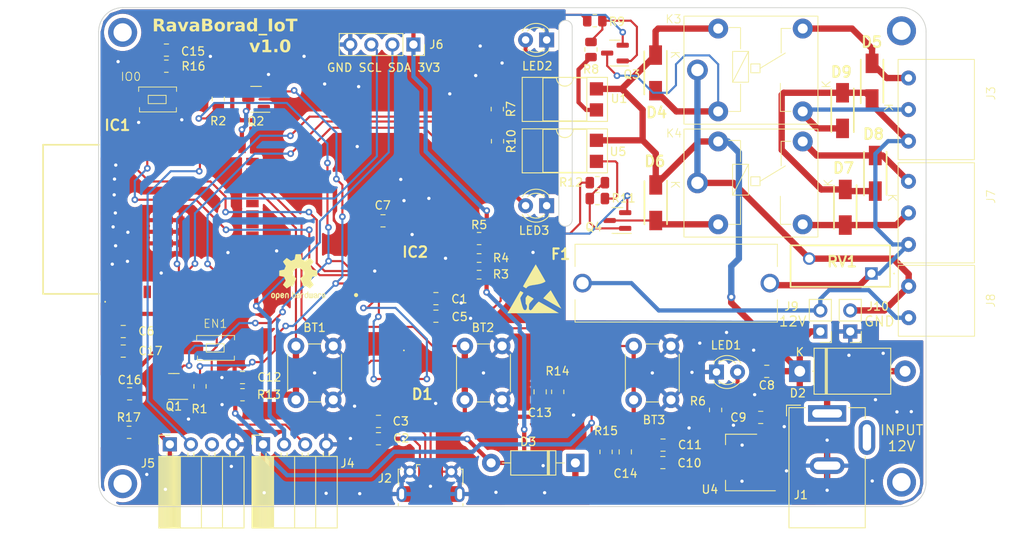
<source format=kicad_pcb>
(kicad_pcb (version 20221018) (generator pcbnew)
  (layers (0 "F.Cu" signal) (31 "B.Cu" signal) (34 "B.Paste" user) (35 "F.Paste" user) (36 "B.SilkS" user "B.Silkscreen") (37 "F.SilkS" user "F.Silkscreen") (38 "B.Mask" user) (39 "F.Mask" user) (44 "Edge.Cuts" user))
  (net 0 "")
  (net 1 "/BT_1")
  (net 2 "/BT_2")
  (net 3 "/BT_3")
  (net 7 "/IO0")
  (net 8 "/EN")
  (net 10 "Net-(J8-Pin_1)")
  (net 11 "/SDA")
  (net 17 "/SCL")
  (net 18 "/RELE_1")
  (net 19 "/RELE_2")
  (net 20 "/DHT22_SDA")
  (net 34 "+12V")
  (net 36 "Earth")
  (net 40 "/VBUS")
  (net 41 "/D+")
  (net 42 "/D-")
  (net 43 "Net-(D2-A)")
  (net 44 "Net-(D4-A)")
  (net 45 "Net-(D5-K)")
  (net 46 "Net-(D5-A)")
  (net 47 "Net-(D6-A)")
  (net 48 "Net-(D7-A)")
  (net 49 "Net-(D8-A)")
  (net 50 "Net-(D9-A)")
  (net 54 "+3.3V")
  (net 55 "Net-(IC2-~{RST})")
  (net 64 "Net-(IC2-NC{slash}VPP)")
  (net 70 "/RTS")
  (net 71 "/ESP_TX")
  (net 72 "/ESP_RX")
  (net 74 "/DTR")
  (net 75 "Net-(J10-Pin_2)")
  (net 76 "Net-(LED1-A)")
  (net 77 "Net-(LED2-A)")
  (net 78 "Net-(LED3-A)")
  (net 79 "Net-(Q1-B)")
  (net 80 "Net-(Q2-B)")
  (net 81 "Net-(Q3-B)")
  (net 82 "Net-(Q4-B)")
  (net 83 "Net-(R7-Pad1)")
  (net 84 "Net-(R8-Pad2)")
  (net 85 "Net-(R10-Pad1)")
  (net 86 "Net-(R11-Pad2)")
  (net 87 "Net-(IC2-VBUS)")
  (footprint "Button_Switch_THT:SW_PUSH_6mm" (layer "F.Cu") (at 135.47 88.02 90)
    (fp_text reference "BT3")
    (fp_text value "SW_MEC_5G")
  )
  (footprint "Capacitor_SMD:C_0805_2012Metric" (layer "F.Cu") (at 134.46 94.3 -90)
    (fp_text reference "C14")
    (fp_text value "100nF")
  )
  (footprint "My_library_footprint:BR7MN2 - BORNE RECEPTOR 90º PASSO 3,81MM METALTEX" (layer "F.Cu") (at 179.06 51.02 90)
    (fp_text reference "J3")
    (fp_text value "Screw_Terminal_01x03" hide)
  )
  (footprint "Resistor_SMD:R_0603_1608Metric" (layer "F.Cu") (at 116.83 72.91 180)
    (fp_text reference "R3")
    (fp_text value "24K")
  )
  (footprint "LED_THT:LED_D3.0mm" (layer "F.Cu") (at 145.455 84.66)
    (fp_text reference "LED1")
    (fp_text value "FONT_ON")
  )
  (footprint "My_library_footprint:SP0503BAHTG" (layer "F.Cu") (at 106.76 84.4 180)
    (fp_text reference "D1")
    (fp_text value "SP0503BAHTG" hide)
  )
  (footprint "MountingHole:MountingHole_2.2mm_M2_ISO7380_Pad" (layer "F.Cu") (at 73.84 98.14)
    (fp_text reference "REF**" hide)
    (fp_text value "MountingHole_2.2mm_M2_ISO7380_Pad")
  )
  (footprint "My_library_footprint:Porta Fusível 5x20 AS-06" (layer "F.Cu") (at 140.6 73.93 180)
    (fp_text reference "F1")
    (fp_text value "Fuse" hide)
  )
  (footprint "Capacitor_SMD:C_0805_2012Metric" (layer "F.Cu") (at 74.6825 87.29)
    (fp_text reference "C16")
    (fp_text value "100nF")
  )
  (footprint "Package_TO_SOT_SMD:SOT-223-3_TabPin2" (layer "F.Cu") (at 148.46 95.58 180)
    (fp_text reference "U4")
    (fp_text value "LM1117DT-3.3")
  )
  (footprint "Capacitor_SMD:C_0805_2012Metric" (layer "F.Cu") (at 139.01 93.48 180)
    (fp_text reference "C11")
    (fp_text value "100nF")
  )
  (footprint "Connector_USB:USB_Micro-B_Molex-105017-0001" (layer "F.Cu") (at 110.98 98.15)
    (fp_text reference "J2")
    (fp_text value "USB_B_Micro")
  )
  (footprint "MountingHole:MountingHole_2.2mm_M2_ISO7380_Pad" (layer "F.Cu") (at 167.77 97.95)
    (fp_text reference "REF**" hide)
    (fp_text value "MountingHole_2.2mm_M2_ISO7380_Pad")
  )
  (footprint "Capacitor_SMD:C_0805_2012Metric" (layer "F.Cu") (at 105.24 66.41)
    (fp_text reference "C7")
    (fp_text value "4.7uF")
  )
  (footprint "My_library_footprint:Diodo_SM_DO-214" (layer "F.Cu") (at 164.61 60.67 90)
    (fp_text reference "D8")
    (fp_text value "1N4007" hide)
  )
  (footprint "Symbol:ESD-Logo_6.6x6mm_SilkScreen" (layer "F.Cu") (at 123.5 74.6)
    (fp_text reference "REF**" hide)
    (fp_text value "ESD-Logo_6.6x6mm_SilkScreen" hide)
  )
  (footprint "Resistor_SMD:R_0805_2012Metric" (layer "F.Cu") (at 83.17 86.39 -90)
    (fp_text reference "R1")
    (fp_text value "4K7")
  )
  (footprint "Connector_PinHeader_2.54mm:PinHeader_1x02_P2.54mm_Vertical" (layer "F.Cu") (at 157.98 79.765 180)
    (fp_text reference "J9")
    (fp_text value "Conn_12V" hide)
  )
  (footprint "Package_DIP:DIP-4_W7.62mm_SMDSocket_SmallPads" (layer "F.Cu") (at 127.17 51.75)
    (fp_text reference "U1")
    (fp_text value "PC817" hide)
  )
  (footprint "Resistor_SMD:R_0805_2012Metric" (layer "F.Cu") (at 119.05 56.8 -90)
    (fp_text reference "R10")
    (fp_text value "220R")
  )
  (footprint "Resistor_SMD:R_0805_2012Metric" (layer "F.Cu") (at 130.32 45.73 -90)
    (fp_text reference "R8")
    (fp_text value "2K2")
  )
  (footprint "Capacitor_SMD:C_0805_2012Metric" (layer "F.Cu") (at 73.9125 82.13 180)
    (fp_text reference "C17")
    (fp_text value "10uF")
  )
  (footprint "Capacitor_SMD:C_0805_2012Metric" (layer "F.Cu") (at 124.19 87.05 90)
    (fp_text reference "C13")
    (fp_text value "100nF")
  )
  (footprint "My_library_footprint:BR7MN2 - 2vias" (layer "F.Cu") (at 179.035 76.035 90)
    (fp_text reference "J8")
    (fp_text value "Screw_Terminal_01x02")
  )
  (footprint "MountingHole:MountingHole_2.2mm_M2_ISO7380_Pad" (layer "F.Cu") (at 167.77 43.47)
    (fp_text reference "REF**" hide)
    (fp_text value "MountingHole_2.2mm_M2_ISO7380_Pad")
  )
  (footprint "Resistor_SMD:R_0805_2012Metric" (layer "F.Cu") (at 85.37 51.69 90)
    (fp_text reference "R2")
    (fp_text value "4K7")
  )
  (footprint "My_library_footprint:Chave Táctil Push Button SMD 2 Terminais 3x6x4,3 Preta (KFC-A06)" (layer "F.Cu") (at 81.4425 81.75)
    (fp_text reference "EN1")
    (fp_text value "SW_MEC_5G")
  )
  (footprint "Diode_THT:D_DO-201AE_P12.70mm_Horizontal" (layer "F.Cu") (at 155.5 84.56)
    (fp_text reference "D2")
    (fp_text value "SB560")
  )
  (footprint "Capacitor_SMD:C_0805_2012Metric" (layer "F.Cu") (at 88.2925 85.33 180)
    (fp_text reference "C12")
    (fp_text value "100nF")
  )
  (footprint "Resistor_SMD:R_0805_2012Metric" (layer "F.Cu") (at 88.2925 87.4)
    (fp_text reference "R13")
    (fp_text value "10K")
  )
  (footprint "My_library_footprint:MA1RC" (layer "F.Cu") (at 143.66 62.83)
    (fp_text reference "K4")
    (fp_text value "AX1RC2" hide)
  )
  (footprint "Resistor_SMD:R_0805_2012Metric" (layer "F.Cu") (at 132.14 94.3 90)
    (fp_text reference "R15")
    (fp_text value "10K")
  )
  (footprint "Capacitor_SMD:C_0805_2012Metric" (layer "F.Cu") (at 104.69 92.71 180)
    (fp_text reference "C2")
    (fp_text value "10uF")
  )
  (footprint "Capacitor_SMD:C_0805_2012Metric" (layer "F.Cu") (at 79.12 45.8)
    (fp_text reference "C15")
    (fp_text value "100nF")
  )
  (footprint "Button_Switch_THT:SW_PUSH_6mm" (layer "F.Cu") (at 94.74 88.02 90)
    (fp_text reference "BT1")
    (fp_text value "SW_MEC_5G")
  )
  (footprint "Package_TO_SOT_SMD:SOT-23" (layer "F.Cu") (at 133.51 66.37 180)
    (fp_text reference "Q4")
    (fp_text value "BC817")
  )
  (footprint "Package_TO_SOT_SMD:SOT-23" (layer "F.Cu") (at 133.21 46.16 180)
    (fp_text reference "Q3")
    (fp_text value "BC817")
  )
  (footprint "LED_THT:LED_D3.0mm" (layer "F.Cu") (at 124.975 44.57 180)
    (fp_text reference "LED2")
    (fp_text value "LED_VM")
  )
  (footprint "Capacitor_SMD:C_0805_2012Metric" (layer "F.Cu") (at 151.52 84.58 180)
    (fp_text reference "C8")
    (fp_text value "10uF")
  )
  (footprint "MountingHole:MountingHole_2.2mm_M2_ISO7380_Pad" (layer "F.Cu") (at 73.84 43.66)
    (fp_text reference "REF**" hide)
    (fp_text value "MountingHole_2.2mm_M2_ISO7380_Pad")
  )
  (footprint "Capacitor_SMD:C_0805_2012Metric" (layer "F.Cu") (at 111.62 75.8)
    (fp_text reference "C1")
    (fp_text value "4,7uF")
  )
  (footprint "Capacitor_SMD:C_0805_2012Metric" (layer "F.Cu") (at 138.99 95.59 180)
    (fp_text reference "C10")
    (fp_text value "10uF")
  )
  (footprint "My_library_footprint:Chave Táctil Push Button SMD 2 Terminais 3x6x4,3 Preta (KFC-A06)" (layer "F.Cu") (at 74.45 51.76)
    (fp_text reference "IO0")
    (fp_text value "SW_MEC_5G")
  )
  (footprint "My_MCU_footprint:ESP32S3WROOM1N16R8" (layer "F.Cu") (at 76.99 66.23 90)
    (fp_text reference "IC1")
    (fp_text value "ESP32-S3-WROOM-1-N16R8" hide)
  )
  (footprint "Capacitor_SMD:C_0805_2012Metric" (layer "F.Cu") (at 111.62 77.92)
    (fp_text reference "C5")
    (fp_text value "100nF")
  )
  (footprint "LED_THT:LED_D3.0mm" (layer "F.Cu") (at 124.975 64.58 180)
    (fp_text reference "LED3")
    (fp_text value "LED_VM")
  )
  (footprint "Connector_BarrelJack:BarrelJack_GCT_DCJ200-10-A_Horizontal" (layer "F.Cu") (at 158.8 89.66)
    (fp_text reference "J1")
    (fp_text value "Barrel_Jack_MountingPin")
  )
  (footprint "Resistor_SMD:R_0805_2012Metric" (layer "F.Cu") (at 131.09 63.72)
    (fp_text reference "R11")
    (fp_text value "2K2" hide)
  )
  (footprint "Resistor_SMD:R_0805_2012Metric" (layer "F.Cu") (at 119.02 52.92 -90)
    (fp_text reference "R7")
    (fp_text value "220R")
  )
  (footprint "Capacitor_SMD:C_0805_2012Metric" (layer "F.Cu") (at 73.9125 79.77 180)
    (fp_text reference "C6")
    (fp_text value "100nF")
  )
  (footprint "My_library_footprint:Diodo_SM_DO-214" (layer "F.Cu") (at 164.22 49.55 90)
    (fp_text reference "D9")
    (fp_text value "1N4007" hide)
  )
  (footprint "My_library_footprint:BR7MN2 - BORNE RECEPTOR 90º PASSO 3,81MM METALTEX" (layer "F.Cu") (at 179.06 63.49 90)
    (fp_text reference "J7")
    (fp_text value "Screw_Terminal_01x03" hide)
  )
  (footprint "My_library_footprint:Varistor_B72210S0271K101" (layer "F.Cu") (at 164.14 72.77 180)
    (fp_text reference "RV1")
    (fp_text value "Varistor" hide)
  )
  (footprint "My_library_footprint:MA1RC" (layer "F.Cu") (at 143.66 49.2012)
    (fp_text reference "K3")
    (fp_text value "AX1RC2" hide)
  )
  (footprint "Connector_PinSocket_2.54mm:PinSocket_1x04_P2.54mm_Horizontal" (layer "F.Cu") (at 90.77 93.39 90)
    (fp_text reference "J4")
    (fp_text value "I2C Extern" hide)
  )
  (footprint "My_library_footprint:Diodo_SM_DO-214" (layer "F.Cu") (at 160.99 64.77 -90)
    (fp_text reference "D7")
    (fp_text value "1N4007" hide)
  )
  (footprint "Resistor_SMD:R_0805_2012Metric" (layer "F.Cu") (at 145.35 89.24 90)
    (fp_text reference "R6")
    (fp_text value "220R")
  )
  (footprint "Package_TO_SOT_SMD:SOT-23" (layer "F.Cu") (at 80.015 86.4 180)
    (fp_text reference "Q1")
    (fp_text value "BC817")
  )
  (footprint "Resistor_SMD:R_0805_2012Metric" (layer "F.Cu") (at 74.62 91.94 180)
    (fp_text reference "R17")
    (fp_text value "10K")
  )
  (footprint "Symbol:OSHW-Logo2_7.3x6mm_SilkScreen" (layer "F.Cu") (at 95.02 73.2)
    (fp_text reference "REF**" hide)
    (fp_text value "OSHW-Logo2_7.3x6mm_SilkScreen" hide)
  )
  (footprint "Resistor_SMD:R_0805_2012Metric" (layer "F.Cu") (at 131.09 61.8 180)
    (fp_text reference "R12")
    (fp_text value "10K")
  )
  (footprint "Connector_PinHeader_2.54mm:PinHeader_1x02_P2.54mm_Vertical" (layer "F.Cu") (at 161.59 79.765 180)
    (fp_text reference "J10")
    (fp_text value "Conn_12V" hide)
  )
  (footprint "My_library_footprint:Diodo_SM_DO-214" (layer "F.Cu") (at 138.13 64.22 -90)
    (fp_text reference "D6")
    (fp_text value "1N4007" hide)
  )
  (footprint "Resistor_SMD:R_0805_2012Metric" (layer "F.Cu") (at 130.78 42.25 180)
    (fp_text reference "R9")
    (fp_text value "10K")
  )
  (footprint "My_library_footprint:Diodo_SM_DO-214" (layer "F.Cu") (at 160.66 53.1 -90)
    (fp_text reference "D5")
    (fp_text value "1N4007" hide)
  )
  (footprint "Resistor_SMD:R_0805_2012Metric" (layer "F.Cu") (at 116.83 68.55)
    (fp_text reference "R5")
    (fp_text value "4K7")
  )
  (footprint "Connector_PinSocket_2.54mm:PinSocket_1x04_P2.54mm_Horizontal" (layer "F.Cu") (at 79.53 93.39 90)
    (fp_text reference "J5")
    (fp_text value "Connector DHT22" hide)
  )
  (footprint "Connector_PinSocket_2.54mm:PinSocket_1x04_P2.54mm_Vertical" (layer "F.Cu") (at 108.91 45.125 -90)
    (fp_text reference "J6")
    (fp_text value "Connector Display" hide)
  )
  (footprint "Diode_THT:D_DO-41_SOD81_P10.16mm_Horizontal" (layer "F.Cu") (at 128.44 95.63 180)
    (fp_text reference "D3")
    (fp_text value "SB160")
  )
  (footprint "Resistor_SMD:R_0805_2012Metric" (layer "F.Cu") (at 126.31 87.05 -90)
    (fp_text reference "R14")
    (fp_text value "10K")
  )
  (footprint "Capacitor_SMD:C_0805_2012Metric" (layer "F.Cu") (at 150.79 90.14 180)
    (fp_text reference "C9")
    (fp_text value "100nF")
  )
  (footprint "Capacitor_SMD:C_0805_2012Metric" (layer "F.Cu") (at 104.69 90.62 180)
    (fp_text reference "C3")
    (fp_text value "100nF")
  )
  (footprint "Resistor_SMD:R_0805_2012Metric" (layer "F.Cu") (at 79.11 47.74 180)
    (fp_text reference "R16")
    (fp_text value "10K")
  )
  (footprint "My_library_footprint:Diodo_SM_DO-214" (layer "F.Cu") (at 138.11 48.55 -90)
    (fp_text reference "D4")
    (fp_text value "1N4007" hide)
  )
  (footprint "Resistor_SMD:R_0603_1608Metric" (layer "F.Cu") (at 116.83 70.9)
    (fp_text reference "R4")
    (fp_text value "47K")
  )
  (footprint "My_MCU_footprint:CP2102" (layer "F.Cu") (at 104.24 72.47 90)
    (fp_text reference "IC2")
    (fp_text value "CP2102-GM" hide)
  )
  (footprint "Button_Switch_THT:SW_PUSH_6mm" (layer "F.Cu") (at 115.105 88.02 90)
    (fp_text reference "BT2")
    (fp_text value "SW_MEC_5G")
  )
  (footprint "Package_TO_SOT_SMD:SOT-23" (layer "F.Cu") (at 89.93 51.74 180)
    (fp_text reference "Q2")
    (fp_text value "BC817")
  )
  (footprint "Package_DIP:DIP-4_W7.62mm_SMDSocket_SmallPads" (layer "F.Cu") (at 127.17 57.96)
    (fp_text reference "U5")
    (fp_text value "PC817" hide)
  )
  (gr_arc (start 170.73 97.98) (mid 169.874752 100.044752) (end 167.81 100.9) (stroke (width 0.1)) (layer "Edge.Cuts"))
  (gr_line (start 128.06 66.250184) (end 128.06 43.010184) (stroke (width 0.1)) (layer "Edge.Cuts"))
  (gr_line (start 170.736883 43.602625) (end 170.73 97.98) (stroke (width 0.1)) (layer "Edge.Cuts"))
  (gr_line (start 70.94 97.99) (end 70.94 43.59) (stroke (width 0.1)) (layer "Edge.Cuts"))
  (gr_arc (start 128.06 66.250184) (mid 127.259755 67.060368) (end 126.439755 66.270184) (stroke (width 0.1)) (layer "Edge.Cuts"))
  (gr_arc (start 73.86 100.91) (mid 71.795248 100.054752) (end 70.94 97.99) (stroke (width 0.1)) (layer "Edge.Cuts"))
  (gr_arc (start 126.439755 43.030184) (mid 127.24 42.22) (end 128.06 43.010184) (stroke (width 0.1)) (layer "Edge.Cuts"))
  (gr_arc (start 167.816883 40.682625) (mid 169.881635 41.537873) (end 170.736883 43.602625) (stroke (width 0.1)) (layer "Edge.Cuts"))
  (gr_line (start 126.439755 43.030184) (end 126.439755 66.270184) (stroke (width 0.1)) (layer "Edge.Cuts"))
  (gr_line (start 167.816883 40.682625) (end 73.86 40.67) (stroke (width 0.1)) (layer "Edge.Cuts"))
  (gr_arc (start 70.94 43.59) (mid 71.795248 41.525248) (end 73.86 40.67) (stroke (width 0.1)) (layer "Edge.Cuts"))
  (gr_line (start 167.81 100.9) (end 73.86 100.91) (stroke (width 0.1)) (layer "Edge.Cuts"))
  (gr_text "RavaBorad_IoT \n                v1.0" (at 77.41 46.31) (layer "F.SilkS") (effects (font (size 1.5 1.5) (thickness 0.3) bold) (justify left bottom)))
  (gr_text "12V" (at 152.9 79.25) (layer "F.SilkS") (effects (font (size 1.2 1.2)) (justify left bottom)))
  (gr_text "GND SCL SDA 3V3" (at 98.39 48.5) (layer "F.SilkS") (effects (font (size 1 1)) (justify left bottom)))
  (gr_text "INPUT \n 12V" (at 165.1 94.31) (layer "F.SilkS") (effects (font (size 1.2 1.2)) (justify left bottom)))
  (gr_text "GND" (at 163.17 79.25) (layer "F.SilkS") (effects (font (size 1.2 1.2)) (justify left bottom)))
  (segment (start 89.2425 85.33) (end 89.2425 87.3625) (width 0.762) (layer "F.Cu") (net 1))
  (segment (start 89.215 87.39) (end 89.205 87.4) (width 0.762) (layer "F.Cu") (net 1))
  (segment (start 94.74 88.02) (end 94.11 87.39) (width 0.762) (layer "F.Cu") (net 1))
  (segment (start 94.11 87.39) (end 89.215 87.39) (width 0.762) (layer "F.Cu") (net 1))
  (segment (start 90.494 63.055) (end 94.74 67.301) (width 0.254) (layer "F.Cu") (net 1))
  (segment (start 94.74 67.301) (end 94.74 81.52) (width 0.254) (layer "F.Cu") (net 1))
  (segment (start 94.74 88.02) (end 94.74 81.52) (width 0.762) (layer "F.Cu") (net 1))
  (segment (start 89.2425 87.3625) (end 89.205 87.4) (width 0.762) (layer "F.Cu") (net 1))
  (segment (start 89.49 63.055) (end 90.494 63.055) (width 0.254) (layer "F.Cu") (net 1))
  (segment (start 126.31 89.9) (end 126.31 87.9625) (width 0.508) (layer "F.Cu") (net 2))
  (segment (start 126.15 90.06) (end 126.31 89.9) (width 0.508) (layer "F.Cu") (net 2))
  (segment (start 89.49 61.785) (end 90.494 61.785) (width 0.254) (layer "F.Cu") (net 2))
  (segment (start 90.494 61.785) (end 95.41 66.701) (width 0.254) (layer "F.Cu") (net 2))
  (segment (start 108.92 79.21) (end 111.23 81.52) (width 0.254) (layer "F.Cu") (net 2))
  (segment (start 115.105 89.555) (end 115.61 90.06) (width 0.508) (layer "F.Cu") (net 2))
  (segment (start 115.105 88.02) (end 115.105 81.52) (width 0.762) (layer "F.Cu") (net 2))
  (segment (start 111.23 81.52) (end 115.105 81.52) (width 0.254) (layer "F.Cu") (net 2))
  (segment (start 126.2725 88) (end 126.31 87.9625) (width 0.762) (layer "F.Cu") (net 2))
  (segment (start 124.19 88) (end 126.2725 88) (width 0.762) (layer "F.Cu") (net 2))
  (segment (start 115.61 90.06) (end 126.15 90.06) (width 0.508) (layer "F.Cu") (net 2))
  (segment (start 96.73 79.21) (end 108.92 79.21) (width 0.254) (layer "F.Cu") (net 2))
  (segment (start 95.41 66.701) (end 95.41 77.89) (width 0.254) (layer "F.Cu") (net 2))
  (segment (start 115.105 88.02) (end 115.105 89.555) (width 0.508) (layer "F.Cu") (net 2))
  (segment (start 95.41 77.89) (end 96.73 79.21) (width 0.254) (layer "F.Cu") (net 2))
  (segment (start 120.24 65.18) (end 120.24 73.06) (width 0.254) (layer "F.Cu") (net 3))
  (segment (start 128.7 81.52) (end 135.47 81.52) (width 0.254) (layer "F.Cu") (net 3))
  (segment (start 135.47 88.02) (end 135.47 81.52) (width 0.508) (layer "F.Cu") (net 3))
  (segment (start 110.23 55.17) (end 120.24 65.18) (width 0.254) (layer "F.Cu") (net 3))
  (segment (start 120.24 73.06) (end 128.7 81.52) (width 0.254) (layer "F.Cu") (net 3))
  (segment (start 134.46 93.35) (end 134.46 91.14) (width 0.508) (layer "F.Cu") (net 3))
  (segment (start 134.4225 93.3875) (end 134.46 93.35) (width 0.508) (layer "F.Cu") (net 3))
  (segment (start 93.635 60.515) (end 98.98 55.17) (width 0.254) (layer "F.Cu") (net 3))
  (segment (start 89.49 60.515) (end 93.635 60.515) (width 0.254) (layer "F.Cu") (net 3))
  (segment (start 98.98 55.17) (end 110.23 55.17) (width 0.254) (layer "F.Cu") (net 3))
  (segment (start 134.46 91.14) (end 135.47 90.13) (width 0.508) (layer "F.Cu") (net 3))
  (segment (start 132.14 93.3875) (end 134.4225 93.3875) (width 0.508) (layer "F.Cu") (net 3))
  (segment (start 135.47 90.13) (end 135.47 88.02) (width 0.508) (layer "F.Cu") (net 3))
  (segment (start 88.9925 51.74) (end 88.9925 52.9075) (width 0.508) (layer "F.Cu") (net 7))
  (segment (start 88.22 57.46) (end 88.24 57.48) (width 0.508) (layer "F.Cu") (net 7))
  (segment (start 78.1975 48.6475) (end 78.1975 47.74) (width 0.508) (layer "F.Cu") (net 7))
  (segment (start 78.17 45.8) (end 78.17 47.7125) (width 0.254) (layer "F.Cu") (net 7))
  (segment (start 78.98 49.43) (end 78.1975 48.6475) (width 0.508) (layer "F.Cu") (net 7))
  (segment (start 78.17 47.7125) (end 78.1975 47.74) (width 0.254) (layer "F.Cu") (net 7))
  (segment (start 76.72 47.78) (end 78.1575 47.78) (width 0.508) (layer "F.Cu") (net 7))
  (segment (start 88.9925 50.6125) (end 87.81 49.43) (width 0.508) (layer "F.Cu") (net 7))
  (segment (start 74.8791 51.766) (end 74.8791 49.6209) (width 0.508) (layer "F.Cu") (net 7))
  (segment (start 88.9925 52.9075) (end 88.73 53.17) (width 0.508) (layer "F.Cu") (net 7))
  (segment (start 87.81 49.43) (end 78.98 49.43) (width 0.508) (layer "F.Cu") (net 7))
  (segment (start 74.8791 49.6209) (end 76.72 47.78) (width 0.508) (layer "F.Cu") (net 7))
  (segment (start 88.22 55.39) (end 88.22 57.46) (width 0.508) (layer "F.Cu") (net 7))
  (segment (start 78.1575 47.78) (end 78.1975 47.74) (width 0.508) (layer "F.Cu") (net 7))
  (segment (start 88.9925 51.74) (end 88.9925 50.6125) (width 0.508) (layer "F.Cu") (net 7))
  (via (at 88.73 53.17) (size 0.8) (drill 0.4) (layers "F.Cu" "B.Cu") (net 7))
  (via (at 88.22 55.39) (size 0.8) (drill 0.4) (layers "F.Cu" "B.Cu") (net 7))
  (segment (start 88.73 53.17) (end 88.73 54.88) (width 0.508) (layer "B.Cu") (net 7))
  (segment (start 88.73 54.88) (end 88.22 55.39) (width 0.508) (layer "B.Cu") (net 7))
  (segment (start 73.7325 87.29) (end 73.7325 86.2175) (width 0.508) (layer "F.Cu") (net 8))
  (segment (start 78.64 77.64) (end 75.672 77.64) (width 0.508) (layer "F.Cu") (net 8))
  (segment (start 79.0775 82.1825) (end 79.504 81.756) (width 0.508) (layer "F.Cu") (net 8))
  (segment (start 73.7325 91.915) (end 73.7075 91.94) (width 0.508) (layer "F.Cu") (net 8))
  (segment (start 73.7325 87.29) (end 73.7325 91.915) (width 0.508) (layer "F.Cu") (net 8))
  (segment (start 73.7325 86.2175) (end 78.194 81.756) (width 0.508) (layer "F.Cu") (net 8))
  (segment (start 74.27 76.238) (end 74.27 74.98) (width 0.508) (layer "F.Cu") (net 8))
  (segment (start 81.8716 80.8716) (end 78.64 77.64) (width 0.508) (layer "F.Cu") (net 8))
  (segment (start 79.0775 86.4) (end 79.0775 82.1825) (width 0.508) (layer "F.Cu") (net 8))
  (segment (start 78.194 81.756) (end 81.8716 81.756) (width 0.508) (layer "F.Cu") (net 8))
  (segment (start 79.504 81.756) (end 81.8716 81.756) (width 0.508) (layer "F.Cu") (net 8))
  (segment (start 81.8716 81.756) (end 81.8716 80.8716) (width 0.508) (layer "F.Cu") (net 8))
  (segment (start 75.672 77.64) (end 74.27 76.238) (width 0.508) (layer "F.Cu") (net 8))
  (segment (start 159.04 74.78) (end 163.82 74.78) (width 0.508) (layer "B.Cu") (net 10))
  (segment (start 157.98 75.84) (end 159.04 74.78) (width 0.508) (layer "B.Cu") (net 10))
  (segment (start 135.2 73.93) (end 138.495 77.225) (width 0.508) (layer "B.Cu") (net 10))
  (segment (start 163.82 74.78) (end 167.145 78.105) (width 0.508) (layer "B.Cu") (net 10))
  (segment (start 129.3 73.93) (end 135.2 73.93) (width 0.508) (layer "B.Cu") (net 10))
  (segment (start 138.495 77.225) (end 157.98 77.225) (width 0.508) (layer "B.Cu") (net 10))
  (segment (start 157.98 77.225) (end 157.98 75.84) (width 0.508) (layer "B.Cu") (net 10))
  (segment (start 167.145 78.105) (end 168.635 78.105) (width 0.508) (layer "B.Cu") (net 10))
  (segment (start 89.95 75.62) (end 89.31 74.98) (width 0.508) (layer "F.Cu") (net 11))
  (segment (start 89.31 74.98) (end 88.24 74.98) (width 0.508) (layer "F.Cu") (net 11))
  (segment (start 89.95 76.69) (end 89.95 75.62) (width 0.508) (layer "F.Cu") (net 11))
  (via (at 89.95 76.69) (size 0.8) (drill 0.4) (layers "F.Cu" "B.Cu") (net 11))
  (segment (start 97.63 66.44) (end 105.93 58.14) (width 0.254) (layer "B.Cu") (net 11))
  (segment (start 106.37 47.84) (end 106.37 45.125) (width 0.254) (layer "B.Cu") (net 11))
  (segment (start 89.95 76.69) (end 97.63 69.01) (width 0.254) (layer "B.Cu") (net 11))
  (segment (start 89.95 76.69) (end 91.57 78.31) (width 0.508) (layer "B.Cu") (net 11))
  (segment (start 91.57 89.93) (end 93.31 91.67) (width 0.508) (layer "B.Cu") (net 11))
  (segment (start 97.63 69.01) (end 97.63 66.44) (width 0.254) (layer "B.Cu") (net 11))
  (segment (start 105.93 58.14) (end 105.93 48.28) (width 0.254) (layer "B.Cu") (net 11))
  (segment (start 105.93 48.28) (end 106.37 47.84) (width 0.254) (layer "B.Cu") (net 11))
  (segment (start 93.31 91.67) (end 93.31 93.39) (width 0.508) (layer "B.Cu") (net 11))
  (segment (start 91.57 78.31) (end 91.57 89.93) (width 0.508) (layer "B.Cu") (net 11))
  (segment (start 85.19 81.58) (end 85.19 78.58) (width 0.254) (layer "F.Cu") (net 17))
  (segment (start 84.08 71.6) (end 86.97 74.49) (width 0.254) (layer "F.Cu") (net 17))
  (segment (start 85.19 78.58) (end 86.97 76.8) (width 0.254) (layer "F.Cu") (net 17))
  (segment (start 84.58 90.31) (end 84.58 82.19) (width 0.254) (layer "F.Cu") (net 17))
  (segment (start 95.85 93.39) (end 93.47 91.01) (width 0.254) (layer "F.Cu") (net 17))
  (segment (start 86.97 74.49) (end 86.97 74.98) (width 0.254) (layer "F.Cu") (net 17))
  (segment (start 86.97 76.8) (end 86.97 74.98) (width 0.254) (layer "F.Cu") (net 17))
  (segment (start 85.28 91.01) (end 84.58 90.31) (width 0.254) (layer "F.Cu") (net 17))
  (segment (start 84.58 82.19) (end 85.19 81.58) (width 0.254) (layer "F.Cu") (net 17))
  (segment (start 93.47 91.01) (end 85.28 91.01) (width 0.254) (layer "F.Cu") (net 17))
  (via (at 84.08 71.6) (size 0.8) (drill 0.4) (layers "F.Cu" "B.Cu") (net 17))
  (segment (start 86.1 63.71) (end 99.4 63.71) (width 0.254) (layer "B.Cu") (net 17))
  (segment (start 104.5 58.61) (end 104.5 45.795) (width 0.254) (layer "B.Cu") (net 17))
  (segment (start 84.08 71.6) (end 84.08 65.73) (width 0.254) (layer "B.Cu") (net 17))
  (segment (start 99.4 63.71) (end 104.5 58.61) (width 0.254) (layer "B.Cu") (net 17))
  (segment (start 104.5 45.795) (end 103.83 45.125) (width 0.254) (layer "B.Cu") (net 17))
  (segment (start 84.08 65.73) (end 86.1 63.71) (width 0.254) (layer "B.Cu") (net 17))
  (segment (start 96.3775 53.8325) (end 94.07 56.14) (width 0.254) (layer "F.Cu") (net 18))
  (segment (start 80.62 71.82) (end 80.62 74.98) (width 0.254) (layer "F.Cu") (net 18))
  (segment (start 80.4 71.6) (end 80.62 71.82) (width 0.254) (layer "F.Cu") (net 18))
  (segment (start 119.02 53.8325) (end 96.3775 53.8325) (width 0.254) (layer "F.Cu") (net 18))
  (via (at 94.07 56.14) (size 0.8) (drill 0.4) (layers "F.Cu" "B.Cu") (net 18))
  (via (at 80.4 71.6) (size 0.8) (drill 0.4) (layers "F.Cu" "B.Cu") (net 18))
  (segment (start 80.4 66.15) (end 80.4 71.6) (width 0.254) (layer "B.Cu") (net 18))
  (segment (start 90.41 56.14) (end 80.4 66.15) (width 0.254) (layer "B.Cu") (net 18))
  (segment (start 94.07 56.14) (end 90.41 56.14) (width 0.254) (layer "B.Cu") (net 18))
  (segment (start 94.1 58.3) (end 94.12 58.3) (width 0.254) (layer "F.Cu") (net 19))
  (segment (start 98 54.42) (end 115.7575 54.42) (width 0.254) (layer "F.Cu") (net 19))
  (segment (start 115.7575 54.42) (end 119.05 57.7125) (width 0.254) (layer "F.Cu") (net 19))
  (segment (start 81.89 72.24) (end 81.89 74.98) (width 0.254) (layer "F.Cu") (net 19))
  (segment (start 94.12 58.3) (end 98 54.42) (width 0.254) (layer "F.Cu") (net 19))
  (segment (start 82.56 71.57) (end 81.89 72.24) (width 0.254) (layer "F.Cu") (net 19))
  (via (at 82.56 71.57) (size 0.8) (drill 0.4) (layers "F.Cu" "B.Cu") (net 19))
  (via (at 94.1 58.3) (size 0.8) (drill 0.4) (layers "F.Cu" "B.Cu") (net 19))
  (segment (start 94.1 58.3) (end 89.76 58.3) (width 0.254) (layer "B.Cu") (net 19))
  (segment (start 89.76 58.3) (end 82.56 65.5) (width 0.254) (layer "B.Cu") (net 19))
  (segment (start 82.56 65.5) (end 82.56 71.57) (width 0.254) (layer "B.Cu") (net 19))
  (segment (start 83.08 60.42) (end 83.16 60.34) (width 0.254) (layer "F.Cu") (net 20))
  (segment (start 83.16 60.34) (end 83.16 57.48) (width 0.254) (layer "F.Cu") (net 20))
  (via (at 83.08 60.42) (size 0.8) (drill 0.4) (layers "F.Cu" "B.Cu") (net 20))
  (segment (start 76.85 63.22) (end 76.85 88.17) (width 0.254) (layer "B.Cu") (net 20))
  (segment (start 79.65 60.42) (end 76.85 63.22) (width 0.254) (layer "B.Cu") (net 20))
  (segment (start 83.08 60.42) (end 79.65 60.42) (width 0.254) (layer "B.Cu") (net 20))
  (segment (start 76.85 88.17) (end 82.07 93.39) (width 0.254) (layer "B.Cu") (net 20))
  (segment (start 151.74 90.14) (end 151.74 93.15) (width 0.762) (layer "F.Cu") (net 34))
  (segment (start 155.5 98.22) (end 155.5 84.56) (width 0.762) (layer "F.Cu") (net 34))
  (segment (start 136.55 53) (end 134.03 50.48) (width 0.762) (layer "F.Cu") (net 34))
  (segment (start 151.74 93.15) (end 151.61 93.28) (width 0.762) (layer "F.Cu") (net 34))
  (segment (start 152.49 84.56) (end 152.47 84.58) (width 0.762) (layer "F.Cu") (net 34))
  (segment (start 130.74 99.79) (end 153.93 99.79) (width 0.762) (layer "F.Cu") (net 34))
  (segment (start 147.24 76.3) (end 155.5 84.56) (width 0.762) (layer "F.Cu") (net 34))
  (segment (start 136.55 56.69) (end 138.13 58.27) (width 0.762) (layer "F.Cu") (net 34))
  (segment (start 155.5 84.56) (end 152.49 84.56) (width 0.762) (layer "F.Cu") (net 34))
  (segment (start 128.44 97.49) (end 130.74 99.79) (width 0.762) (layer "F.Cu") (net 34))
  (segment (start 138.11 46.4) (end 134.03 50.48) (width 0.762) (layer "F.Cu") (net 34))
  (segment (start 136.55 56.69) (end 136.55 53) (width 0.762) (layer "F.Cu") (net 34))
  (segment (start 153.93 99.79) (end 155.5 98.22) (width 0.762) (layer "F.Cu") (net 34))
  (segment (start 156.845 79.765) (end 157.98 79.765) (width 0.762) (layer "F.Cu") (net 34))
  (segment (start 134.03 50.48) (end 130.98 50.48) (width 0.762) (layer "F.Cu") (net 34))
  (segment (start 128.44 95.63) (end 128.44 97.49) (width 0.762) (layer "F.Cu") (net 34))
  (segment (start 155.5 81.11) (end 156.845 79.765) (width 0.762) (layer "F.Cu") (net 34))
  (segment (start 147.24 75.6) (end 147.24 76.3) (width 0.762) (layer "F.Cu") (net 34))
  (segment (start 138.13 58.27) (end 138.13 62.07) (width 0.762) (layer "F.Cu") (net 34))
  (segment (start 138.4288 43.2012) (end 138.11 43.52) (width 0.762) (layer "F.Cu") (net 34))
  (segment (start 143.37 56.83) (end 138.13 62.07) (width 0.762) (layer "F.Cu") (net 34))
  (segment (start 145.66 56.83) (end 143.37 56.83) (width 0.762) (layer "F.Cu") (net 34))
  (segment (start 152.47 84.58) (end 152.47 89.41) (width 0.762) (layer "F.Cu") (net 34))
  (segment (start 152.47 89.41) (end 151.74 90.14) (width 0.762) (layer "F.Cu") (net 34))
  (segment (start 130.98 56.69) (end 136.55 56.69) (width 0.762) (layer "F.Cu") (net 34))
  (segment (start 155.5 84.56) (end 155.5 81.11) (width 0.762) (layer "F.Cu") (net 34))
  (segment (start 138.11 43.52) (end 138.11 46.4) (width 0.762) (layer "F.Cu") (net 34))
  (segment (start 145.66 43.2012) (end 138.4288 43.2012) (width 0.762) (layer "F.Cu") (net 34))
  (via (at 147.24 75.6) (size 1) (drill 0.5) (layers "F.Cu" "B.Cu") (net 34))
  (segment (start 148.16 70.97) (end 147.24 71.89) (width 0.762) (layer "B.Cu") (net 34))
  (segment (start 148.16 58.17) (end 148.16 70.97) (width 0.762) (layer "B.Cu") (net 34))
  (segment (start 147.24 71.89) (end 147.24 75.6) (width 0.762) (layer "B.Cu") (net 34))
  (segment (start 145.66 56.83) (end 146.82 56.83) (width 0.762) (layer "B.Cu") (net 34))
  (segment (start 146.82 56.83) (end 148.16 58.17) (width 0.762) (layer "B.Cu") (net 34))
  (segment (start 129.01 66.72) (end 127.78 67.95) (width 0.254) (layer "F.Cu") (net 36))
  (segment (start 124.975 66.525) (end 124.975 64.58) (width 0.254) (layer "F.Cu") (net 36))
  (segment (start 158.8 95.96) (end 158.8 92.88) (width 0.762) (layer "F.Cu") (net 36))
  (segment (start 103.74 74.87) (end 103.74 72.97) (width 0.254) (layer "F.Cu") (net 36))
  (segment (start 129.8675 42.25) (end 129.1575 41.54) (width 0.254) (layer "F.Cu") (net 36))
  (segment (start 111.4465 98.45) (end 112.28 97.6165) (width 0.254) (layer "F.Cu") (net 36))
  (segment (start 112.81 70.9) (end 112.78 70.93) (width 0.254) (layer "F.Cu") (net 36))
  (segment (start 134.7 63.39) (end 134.7 65.1675) (width 0.254) (layer "F.Cu") (net 36))
  (segment (start 125.92 41.54) (end 124.985 42.475) (width 0.254) (layer "F.Cu") (net 36))
  (segment (start 130.1775 61.8) (end 129.21 61.8) (width 0.254) (layer "F.Cu") (net 36))
  (segment (start 112.28 96.6875) (end 113.48 96.6875) (width 0.254) (layer "F.Cu") (net 36))
  (segment (start 112.28 97.6165) (end 112.28 96.6875) (width 0.254) (layer "F.Cu") (net 36))
  (segment (start 126.4 67.95) (end 124.975 66.525) (width 0.254) (layer "F.Cu") (net 36))
  (segment (start 116.005 70.9) (end 112.81 70.9) (width 0.254) (layer "F.Cu") (net 36))
  (segment (start 110.96 98.45) (end 111.4465 98.45) (width 0.254) (layer "F.Cu") (net 36))
  (segment (start 129.21 61.8) (end 129.01 62) (width 0.254) (layer "F.Cu") (net 36))
  (segment (start 158.8 98.93) (end 158.8 95.96) (width 0.762) (layer "F.Cu") (net 36))
  (segment (start 129.1575 41.54) (end 125.92 41.54) (width 0.254) (layer "F.Cu") (net 36))
  (segment (start 134.7 65.1675) (end 134.4475 65.42) (width 0.254) (layer "F.Cu") (net 36))
  (segment (start 134.15 43.64) (end 134.15 45.2075) (width 0.254) (layer "F.Cu") (net 36))
  (segment (start 127.78 67.95) (end 126.4 67.95) (width 0.254) (layer "F.Cu") (net 36))
  (segment (start 103.74 72.97) (end 104.24 72.47) (width 0.254) (layer "F.Cu") (net 36))
  (segment (start 134.15 45.2075) (end 134.1475 45.21) (width 0.254) (layer "F.Cu") (net 36))
  (segment (start 124.985 42.475) (end 124.985 44.57) (width 0.254) (layer "F.Cu") (net 36))
  (segment (start 129.01 62) (end 129.01 66.72) (width 0.254) (layer "F.Cu") (net 36))
  (via (at 101.81 88.78) (size 0.8) (drill 0.4) (layers "F.Cu" "B.Cu") (net 36))
  (via (at 110.77 63.7) (size 0.8) (drill 0.4) (layers "F.Cu" "B.Cu") (net 36))
  (via (at 72.86 61.37) (size 0.8) (drill 0.4) (layers "F.Cu" "B.Cu") (net 36))
  (via (at 102.3 50.21) (size 0.8) (drill 0.4) (layers "F.Cu" "B.Cu") (net 36))
  (via (at 81.78 90.34) (size 0.8) (drill 0.4) (layers "F.Cu" "B.Cu") (net 36))
  (via (at 102.43 99.34) (size 0.8) (drill 0.4) (layers "F.Cu" "B.Cu") (net 36))
  (via (at 96.99 84.77) (size 0.8) (drill 0.4) (layers "F.Cu" "B.Cu") (net 36))
  (via (at 158.8 92.88) (size 0.8) (drill 0.4) (layers "F.Cu" "B.Cu") (net 36))
  (via (at 98.38 99.3) (size 0.8) (drill 0.4) (layers "F.Cu" "B.Cu") (net 36))
  (via (at 110.96 98.45) (size 0.8) (drill 0.4) (layers "F.Cu" "B.Cu") (net 36))
  (via (at 124.73 99.23) (size 0.8) (drill 0.4) (layers "F.Cu" "B.Cu") (net 36))
  (via (at 148.53 97.84) (size 0.8) (drill 0.4) (layers "F.Cu" "B.Cu") (net 36))
  (via (at 137.72 84.77) (size 0.8) (drill 0.4) (layers "F.Cu" "B.Cu") (net 36))
  (via (at 148.55 93.48) (size 0.8) (drill 0.4) (layers "F.Cu" "B.Cu") (net 36))
  (via (at 153.63 91.25) (size 0.8) (drill 0.4) (layers "F.Cu" "B.Cu") (net 36))
  (via (at 153.9 96.59) (size 0.8) (drill 0.4) (layers "F.Cu" "B.Cu") (net 36))
  (via (at 90.91 99.23) (size 0.8) (drill 0.4) (layers "F.Cu" "B.Cu") (net 36))
  (via (at 104.24 72.47) (size 0.8) (drill 0.4) (layers "F.Cu" "B.Cu") (net 36))
  (via (at 74.42 71.3) (size 0.8) (drill 0.4) (layers "F.Cu" "B.Cu") (net 36))
  (via (at 75.77 54.53) (size 0.8) (drill 0.4) (layers "F.Cu" "B.Cu") (net 36))
  (via (at 92.41 70.04) (size 0.8) (drill 0.4) (layers "F.Cu" "B.Cu") (net 36))
  (via (at 72.59 71.64) (size 0.8) (drill 0.4) (layers "F.Cu" "B.Cu") (net 36))
  (via (at 86.54 70.24) (size 0.8) (drill 0.4) (layers "F.Cu" "B.Cu") (net 36))
  (via (at 80.97 54.21) (size 0.8) (drill 0.4) (layers "F.Cu" "B.Cu") (net 36))
  (via (at 84.42 46.56) (size 0.8) (drill 0.4) (layers "F.Cu" "B.Cu") (net 36))
  (via (at 76.75 97.02) (size 0.8) (drill 0.4) (layers "F.Cu" "B.Cu") (net 36))
  (via (at 86.95 96.05) (size 0.8) (drill 0.4) (layers "F.Cu" "B.Cu") (net 36))
  (via (at 117.355 84.77) (size 0.8) (drill 0.4) (layers "F.Cu" "B.Cu") (net 36))
  (via (at 146.67 79.88) (size 0.8) (drill 0.4) (layers "F.Cu" "B.Cu") (net 36))
  (via (at 164.63 88) (size 0.8) (drill 0.4) (layers "F.Cu" "B.Cu") (net 36))
  (via (at 158.8 98.93) (size 0.8) (drill 0.4) (layers "F.Cu" "B.Cu") (net 36))
  (via (at 167.22 89.47) (size 0.8) (drill 0.4) (layers "F.Cu" "B.Cu") (net 36))
  (via (at 111.59 88.45) (size 0.8) (drill 0.4) (layers "F.Cu" "B.Cu") (net 36))
  (via (at 102.13 57.44) (size 0.8) (drill 0.4) (layers "F.Cu" "B.Cu") (net 36))
  (via (at 147.5 91.08) (size 0.8) (drill 0.4) (layers "F.Cu" "B.Cu") (net 36))
  (via (at 165.56 82.4) (size 0.8) (drill 0.4) (layers "F.Cu" "B.Cu") (net 36))
  (via (at 72.96 65.46) (size 0.8) (drill 0.4) (layers "F.Cu" "B.Cu") (net 36))
  (via (at 115.8 78.18) (size 0.8) (drill 0.4) (layers "F.Cu" "B.Cu") (net 36))
  (via (at 161.43 82.64) (size 0.8) (drill 0.4) (layers "F.Cu" "B.Cu") (net 36))
  (via (at 149.94 82.02) (size 0.8) (drill 0.4) (layers "F.Cu" "B.Cu") (net 36))
  (via (at 85.83 88.59) (size 0.8) (drill 0.4) (layers "F.Cu" "B.Cu") (net 36))
  (via (at 73.01 59.68) (size 0.8) (drill 0.4) (layers "F.Cu" "B.Cu") (net 36))
  (via (at 73.29 47.19) (size 0.8) (drill 0.4) (layers "F.Cu" "B.Cu") (net 36))
  (via (at 143.44 81.17) (size 0.8) (drill 0.4) (layers "F.Cu" "B.Cu") (net 36))
  (via (at 91.43 48.74) (size 0.8) (drill 0.4) (layers "F.Cu" "B.Cu") (net 36))
  (via (at 107.38 61.41) (size 0.8) (drill 0.4) (layers "F.Cu" "B.Cu") (net 36))
  (via (at 78.49 72.71) (size 0.8) (drill 0.4) (layers "F.Cu" "B.Cu") (net 36))
  (via (at 114.67 76.32) (size 0.8) (drill 0.4) (layers "F.Cu" "B.Cu") (net 36))
  (via (at 72.69 67.14) (size 0.8) (drill 0.4) (layers "F.Cu" "B.Cu") (net 36))
  (via (at 74.47 67.79) (size 0.8) (drill 0.4) (layers "F.Cu" "B.Cu") (net 36))
  (via (at 134.15 43.64) (size 0.8) (drill 0.4) (layers "F.Cu" "B.Cu") (net 36))
  (via (at 118.86 99.18) (size 0.8) (drill 0.4) (layers "F.Cu" "B.Cu") (net 36))
  (via (at 124.55 95.96) (size 0.8) (drill 0.4) (layers "F.Cu" "B.Cu") (net 36))
  (via (at 95.72 46.55) (size 0.8) (drill 0.4) (layers "F.Cu" "B.Cu") (net 36))
  (via (at 123.33 70.22) (size 0.8) (drill 0.4) (layers "F.Cu" "B.Cu") (net 36))
  (via (at 72.82 63.27) (size 0.8) (drill 0.4) (layers "F.Cu" "B.Cu") (net 36))
  (via (at 98.2 49.89) (size 0.8) (drill 0.4) (layers "F.Cu" "B.Cu") (net 36))
  (via (at 107.77 63.97) (size 0.8) (drill 0.4) (layers "F.Cu" "B.Cu") (net 36))
  (via (at 116.42 48.87) (size 0.8) (drill 0.4) (layers "F.Cu" "B.Cu") (net 36))
  (via (at 112.78 70.93) (size 0.8) (drill 0.4) (layers "F.Cu" "B.Cu") (net 36))
  (via (at 113.29 51.08) (size 0.8) (drill 0.4) (layers "F.Cu" "B.Cu") (net 36))
  (via (at 168.95 89.44) (size 0.8) (drill 0.4) (layers "F.Cu" "B.Cu") (net 36))
  (via (at 150.06 87.39) (size 0.8) (drill 0.4) (layers "F.Cu" "B.Cu") (net 36))
  (via (at 116.96 45.31) (size 0.8) (drill 0.4) (layers "F.Cu" "B.Cu") (net 36))
  (via (at 72.99 69.42) (size 0.8) (drill 0.4) (layers "F.Cu" "B.Cu") (net 36))
  (via (at 134.7 63.39) (size 0.8) (drill 0.4) (layers "F.Cu" "B.Cu") (net 36))
  (via (at 108.75 68.06) (size 0.8) (drill 0.4) (layers "F.Cu" "B.Cu") (net 36))
  (via (at 79 98.82) (size 0.8) (drill 0.4) (layers "F.Cu" "B.Cu") (net 36))
  (via (at 164.24 97.81) (size 0.8) (drill 0.4) (layers "F.Cu" "B.Cu") (net 36))
  (via (at 142.5 84.7) (size 0.8) (drill 0.4) (layers "F.Cu" "B.Cu") (net 36))
  (via (at 142.15 91.41) (size 0.8) (drill 0.4) (layers "F.Cu" "B.Cu") (net 36))
  (via (at 119.6 47.36) (size 0.8) (drill 0.4) (layers "F.Cu" "B.Cu") (net 36))
  (via (at 128.22 89.85) (size 0.8) (drill 0.4) (layers "F.Cu" "B.Cu") (net 36))
  (via (at 85.81 85.33) (size 0.8) (drill 0.4) (layers "F.Cu" "B.Cu") (net 36))
  (via (at 101.31 92.68) (size 0.8) (drill 0.4) (layers "F.Cu" "B.Cu") (net 36))
  (segment (start 134.15 43.64) (end 132.06 41.55) (width 0.254) (layer "B.Cu") (net 36))
  (segment (start 134.7 63.39) (end 130.14 67.95) (width 0.254) (layer "B.Cu") (net 36))
  (segment (start 125.16 41.55) (end 124.975 41.735) (width 0.254) (layer "B.Cu") (net 36))
  (segment (start 112.78 70.93) (end 111.62 70.93) (width 0.254) (layer "B.Cu") (net 36))
  (segment (start 126.4 67.95) (end 124.975 66.525) (width 0.254) (layer "B.Cu") (net 36))
  (segment (start 124.975 66.525) (end 124.975 64.58) (width 0.254) (layer "B.Cu") (net 36))
  (segment (start 130.14 67.95) (end 126.4 67.95) (width 0.254) (layer "B.Cu") (net 36))
  (segment (start 111.62 70.93) (end 108.75 68.06) (width 0.254) (layer "B.Cu") (net 36))
  (segment (start 132.06 41.55) (end 125.16 41.55) (width 0.254) (layer "B.Cu") (net 36))
  (segment (start 124.975 41.735) (end 124.975 44.57) (width 0.254) (layer "B.Cu") (net 36))
  (segment (start 103.01 84.11) (end 103.82 83.3) (width 0.254) (layer "F.Cu") (net 40))
  (segment (start 118.28 95.63) (end 121.37 95.63) (width 0.508) (layer "F.Cu") (net 40))
  (segment (start 117.73 72.985) (end 117.655 72.91) (width 0.508) (layer "F.Cu") (net 40))
  (segment (start 107.67 92.71) (end 105.64 92.71) (width 0.508) (layer "F.Cu") (net 40))
  (segment (start 115.4 92.74) (end 115.4 92.75) (width 0.254) (layer "F.Cu") (net 40))
  (segment (start 117.73 75.03) (end 117.73 72.985) (width 0.508) (layer "F.Cu") (net 40))
  (segment (start 108.82 92.71) (end 107.67 92.71) (width 0.254) (layer "F.Cu") (net 40))
  (segment (start 122.27 94.73) (end 122.27 91.59) (width 0.508) (layer "F.Cu") (net 40))
  (segment (start 109.69 93.58) (end 108.82 92.71) (width 0.254) (layer "F.Cu") (net 40))
  (segment (start 105.64 92.71) (end 105.64 90.62) (width 0.508) (layer "F.Cu") (net 40))
  (segment (start 109.69 96.2025) (end 109.69 93.58) (width 0.254) (layer "F.Cu") (net 40))
  (segment (start 103.01 87.03) (end 103.01 84.11) (width 0.254) (layer "F.Cu") (net 40))
  (segment (start 105.64 90.62) (end 105.64 89.66) (width 0.254) (layer "F.Cu") (net 40))
  (segment (start 115.4 92.75) (end 118.28 95.63) (width 0.508) (layer "F.Cu") (net 40))
  (segment (start 105.64 89.66) (end 103.01 87.03) (width 0.254) (layer "F.Cu") (net 40))
  (segment (start 121.37 95.63) (end 122.27 94.73) (width 0.508) (layer "F.Cu") (net 40))
  (segment (start 109.68 96.6875) (end 109.68 96.2125) (width 0.254) (layer "F.Cu") (net 40))
  (segment (start 103.82 83.3) (end 105.81 83.3) (width 0.254) (layer "F.Cu") (net 40))
  (segment (start 109.68 96.2125) (end 109.69 96.2025) (width 0.254) (layer "F.Cu") (net 40))
  (via (at 107.67 92.71) (size 0.8) (drill 0.4) (layers "F.Cu" "B.Cu") (net 40))
  (via (at 122.27 91.59) (size 0.8) (drill 0.4) (layers "F.Cu" "B.Cu") (net 40))
  (via (at 115.4 92.74) (size 0.8) (drill 0.4) (layers "F.Cu" "B.Cu") (net 40))
  (via (at 117.73 75.03) (size 0.8) (drill 0.4) (layers "F.Cu" "B.Cu") (net 40))
  (segment (start 115.4 92.74) (end 115.35 92.69) (width 0.254) (layer "B.Cu") (net 40))
  (segment (start 121.73 79.77) (end 122.27 80.31) (width 0.508) (layer "B.Cu") (net 40))
  (segment (start 107.69 92.69) (end 107.67 92.71) (width 0.254) (layer "B.Cu") (net 40))
  (segment (start 122.27 80.31) (end 122.27 91.59) (width 0.508) (layer "B.Cu") (net 40))
  (segment (start 115.35 92.69) (end 107.69 92.69) (width 0.508) (layer "B.Cu") (net 40))
  (segment (start 117.73 75.03) (end 121.73 79.03) (width 0.508) (layer "B.Cu") (net 40))
  (segment (start 121.73 79.03) (end 121.73 79.77) (width 0.508) (layer "B.Cu") (net 40))
  (segment (start 107.71 88.32) (end 107.71 85.5) (width 0.254) (layer "F.Cu") (net 41))
  (segment (start 110.53 85.5) (end 107.71 85.5) (width 0.254) (layer "F.Cu") (net 41))
  (segment (start 110.98 91.59) (end 107.71 88.32) (width 0.254) (layer "F.Cu") (net 41))
  (segment (start 110.98 96.6875) (end 110.98 91.59) (width 0.254) (layer "F.Cu") (net 41))
  (segment (start 103.32 76.93) (end 104.24 76.01) (width 0.254) (layer "F.Cu") (net 41))
  (segment (start 104.24 76.01) (end 104.24 74.87) (width 0.254) (layer "F.Cu") (net 41))
  (segment (start 102.88 76.93) (end 103.32 76.93) (width 0.254) (layer "F.Cu") (net 41))
  (via (at 110.53 85.5) (size 0.8) (drill 0.4) (layers "F.Cu" "B.Cu") (net 41))
  (via (at 102.88 76.93) (size 0.8) (drill 0.4) (layers "F.Cu" "B.Cu") (net 41))
  (segment (start 110.53 85.5) (end 110.53 80.69) (width 0.254) (layer "B.Cu") (net 41))
  (segment (start 106.76 76.92) (end 102.89 76.92) (width 0.254) (layer "B.Cu") (net 41))
  (segment (start 102.89 76.92) (end 102.88 76.93) (width 0.254) (layer "B.Cu") (net 41))
  (segment (start 110.53 80.69) (end 106.76 76.92) (width 0.254) (layer "B.Cu") (net 41))
  (segment (start 104.74 77.92) (end 104.74 74.87) (width 0.254) (layer "F.Cu") (net 42))
  (segment (start 104.13 85.5) (end 104.12 85.51) (width 0.254) (layer "F.Cu") (net 42))
  (segment (start 110.33 96.6875) (end 110.33 92.2) (width 0.254) (layer "F.Cu") (net 42))
  (segment (start 105.81 85.5) (end 104.13 85.5) (width 0.254) (layer "F.Cu") (net 42))
  (segment (start 104.68 77.98) (end 104.74 77.92) (width 0.254) (layer "F.Cu") (net 42))
  (segment (start 105.81 87.68) (end 105.81 85.5) (width 0.254) (layer "F.Cu") (net 42))
  (segment (start 110.33 92.2) (end 105.81 87.68) (width 0.254) (layer "F.Cu") (net 42))
  (via (at 104.12 85.51) (size 0.8) (drill 0.4) (layers "F.Cu" "B.Cu") (net 42))
  (via (at 104.68 77.98) (size 0.8) (drill 0.4) (layers "F.Cu" "B.Cu") (net 42))
  (segment (start 104.12 78.54) (end 104.68 77.98) (width 0.254) (layer "B.Cu") (net 42))
  (segment (start 104.12 85.51) (end 104.12 78.54) (width 0.254) (layer "B.Cu") (net 42))
  (segment (start 160.87 84.56) (end 168.2 84.56) (width 0.762) (layer "F.Cu") (net 43))
  (segment (start 158.8 89.66) (end 158.8 86.63) (width 0.762) (layer "F.Cu") (net 43))
  (segment (start 158.8 86.63) (end 160.87 84.56) (width 0.762) (layer "F.Cu") (net 43))
  (segment (start 132.2725 47.7025) (end 132.2725 46.16) (width 0.254) (layer "F.Cu") (net 44))
  (segment (start 140.6112 53.2012) (end 138.11 50.7) (width 0.762) (layer "F.Cu") (net 44))
  (segment (start 133.46 48.89) (end 132.2725 47.7025) (width 0.254) (layer "F.Cu") (net 44))
  (segment (start 145.66 53.2012) (end 140.6112 53.2012) (width 0.762) (layer "F.Cu") (net 44))
  (via (at 133.46 48.89) (size 0.8) (drill 0.4) (layers "F.Cu" "B.Cu") (net 44))
  (segment (start 141.64 46.44) (end 144.59 46.44) (width 0.254) (layer "B.Cu") (net 44))
  (segment (start 140.57 47.51) (end 141.64 46.44) (width 0.254) (layer "B.Cu") (net 44))
  (segment (start 135.76 48.89) (end 137.82 50.95) (width 0.254) (layer "B.Cu") (net 44))
  (segment (start 144.59 46.44) (end 145.66 47.51) (width 0.254) (layer "B.Cu") (net 44))
  (segment (start 145.66 47.51) (end 145.66 53.2012) (width 0.254) (layer "B.Cu") (net 44))
  (segment (start 140.57 50.04) (end 140.57 47.51) (width 0.254) (layer "B.Cu") (net 44))
  (segment (start 137.82 50.95) (end 139.66 50.95) (width 0.254) (layer "B.Cu") (net 44))
  (segment (start 139.66 50.95) (end 140.57 50.04) (width 0.254) (layer "B.Cu") (net 44))
  (segment (start 133.46 48.89) (end 135.76 48.89) (width 0.254) (layer "B.Cu") (net 44))
  (segment (start 151.9 73.93) (end 152.15 74.18) (width 0.762) (layer "F.Cu") (net 45))
  (segment (start 153.57 50.95) (end 153.32 51.2) (width 0.762) (layer "F.Cu") (net 45))
  (segment (start 163.47 50.95) (end 164.22 51.7) (width 0.762) (layer "F.Cu") (net 45))
  (segment (start 164.22 51.7) (end 164.22 52.4) (width 0.762) (layer "F.Cu") (net 45))
  (segment (start 158.1 62.62) (end 160.99 62.62) (width 0.762) (layer "F.Cu") (net 45))
  (segment (start 164.22 52.4) (end 168.61 56.79) (width 0.762) (layer "F.Cu") (net 45))
  (segment (start 153.32 57.84) (end 158.1 62.62) (width 0.762) (layer "F.Cu") (net 45))
  (segment (start 160.66 50.95) (end 153.57 50.95) (width 0.762) (layer "F.Cu") (net 45))
  (segment (start 153.32 51.2) (end 153.32 57.84) (width 0.762) (layer "F.Cu") (net 45))
  (segment (start 164.61 62.82) (end 161.19 62.82) (width 0.762) (layer "F.Cu") (net 45))
  (segment (start 162.73 74.18) (end 164.14 72.77) (width 0.762) (layer "F.Cu") (net 45))
  (segment (start 152.15 74.18) (end 162.73 74.18) (width 0.762) (layer "F.Cu") (net 45))
  (segment (start 161.19 62.82) (end 160.99 62.62) (width 0.762) (layer "F.Cu") (net 45))
  (segment (start 160.66 50.95) (end 163.47 50.95) (width 0.762) (layer "F.Cu") (net 45))
  (segment (start 166.72 69.26) (end 164.62 67.16) (width 0.508) (layer "B.Cu") (net 45))
  (segment (start 166.15 56.79) (end 168.61 56.79) (width 0.508) (layer "B.Cu") (net 45))
  (segment (start 168.61 69.26) (end 166.72 69.26) (width 0.508) (layer "B.Cu") (net 45))
  (segment (start 165.1 72.77) (end 164.14 72.77) (width 0.508) (layer "B.Cu") (net 45))
  (segment (start 164.62 58.32) (end 166.15 56.79) (width 0.508) (layer "B.Cu") (net 45))
  (segment (start 168.61 69.26) (end 165.1 72.77) (width 0.508) (layer "B.Cu") (net 45))
  (segment (start 164.62 67.16) (end 164.62 58.32) (width 0.508) (layer "B.Cu") (net 45))
  (segment (start 157.61 55.25) (end 160.66 55.25) (width 0.762) (layer "F.Cu") (net 46))
  (segment (start 155.86 53.2012) (end 155.86 53.5) (width 0.762) (layer "F.Cu") (net 46))
  (segment (start 155.86 53.5) (end 157.61 55.25) (width 0.762) (layer "F.Cu") (net 46))
  (segment (start 156.0812 52.98) (end 155.86 53.2012) (width 0.508) (layer "B.Cu") (net 46))
  (segment (start 168.61 52.98) (end 156.0812 52.98) (width 0.508) (layer "B.Cu") (net 46))
  (segment (start 145.66 66.83) (end 138.59 66.83) (width 0.762) (layer "F.Cu") (net 47))
  (segment (start 132.5725 66.37) (end 138.13 66.37) (width 0.254) (layer "F.Cu") (net 47))
  (segment (start 138.59 66.83) (end 138.13 66.37) (width 0.762) (layer "F.Cu") (net 47))
  (segment (start 160.99 66.92) (end 167.14 66.92) (width 0.762) (layer "F.Cu") (net 48))
  (segment (start 160.99 66.92) (end 155.95 66.92) (width 0.762) (layer "F.Cu") (net 48))
  (segment (start 155.95 66.92) (end 155.86 66.83) (width 0.762) (layer "F.Cu") (net 48))
  (segment (start 167.14 66.92) (end 168.61 65.45) (width 0.762) (layer "F.Cu") (net 48))
  (segment (start 164.61 58.52) (end 165.49 58.52) (width 0.762) (layer "F.Cu") (net 49))
  (segment (start 164.61 58.52) (end 157.55 58.52) (width 0.762) (layer "F.Cu") (net 49))
  (segment (start 157.55 58.52) (end 155.86 56.83) (width 0.762) (layer "F.Cu") (net 49))
  (segment (start 165.49 58.52) (end 168.61 61.64) (width 0.762) (layer "F.Cu") (net 49))
  (segment (start 161.8012 43.2012) (end 155.86 43.2012) (width 0.762) (layer "F.Cu") (net 50))
  (segment (start 164.22 45.62) (end 161.8012 43.2012) (width 0.762) (layer "F.Cu") (net 50))
  (segment (start 165.99 49.17) (end 164.22 47.4) (width 0.762) (layer "F.Cu") (net 50))
  (segment (start 164.22 47.4) (end 164.22 45.62) (width 0.762) (layer "F.Cu") (net 50))
  (segment (start 168.61 49.17) (end 165.99 49.17) (width 0.762) (layer "F.Cu") (net 50))
  (segment (start 142.99 97.9) (end 145.31 95.58) (width 0.762) (layer "F.Cu") (net 54))
  (segment (start 145.31 95.58) (end 145.31 90.3025) (width 0.762) (layer "F.Cu") (net 54))
  (segment (start 126.31 81.12) (end 126.31 86.1375) (width 0.254) (layer "F.Cu") (net 54))
  (segment (start 78.08 91.94) (end 79.53 93.39) (width 0.508) (layer "F.Cu") (net 54))
  (segment (start 105.74 74.87) (end 105.24 74.87) (width 0.254) (layer "F.Cu") (net 54))
  (segment (start 111.35 73.47) (end 114.22 73.47) (width 0.254) (layer "F.Cu") (net 54))
  (segment (start 139.95 95.58) (end 139.94 95.59) (width 0.762) (layer "F.Cu") (net 54))
  (segment (start 145.31 90.3025) (end 145.46 90.1525) (width 0.762) (layer "F.Cu") (net 54))
  (segment (start 117.75 68.5425) (end 117.7425 68.55) (width 0.508) (layer "F.Cu") (net 54))
  (segment (start 88.98 98.03) (end 90.77 96.24) (width 0.508) (layer "F.Cu") (net 54))
  (segment (start 75.07 94.23) (end 75.5325 93.7675) (width 0.508) (layer "F.Cu") (net 54))
  (segment (start 110.67 75.8) (end 108.7 75.8) (width 0.254) (layer "F.Cu") (net 54))
  (segment (start 72.02 93.25) (end 73 94.23) (width 0.508) (layer "F.Cu") (net 54))
  (segment (start 132.14 96.28) (end 133.76 97.9) (width 0.762) (layer "F.Cu") (net 54))
  (segment (start 74.8625 82.13) (end 74.8625 82.6775) (width 0.508) (layer "F.Cu") (net 54))
  (segment (start 73 94.23) (end 75.07 94.23) (width 0.508) (layer "F.Cu") (net 54))
  (segment (start 75.5325 91.94) (end 78.08 91.94) (width 0.508) (layer "F.Cu") (net 54))
  (segment (start 110.67 79.21) (end 110.84 79.38) (width 0.254) (layer "F.Cu") (net 54))
  (segment (start 131.1525 95.2125) (end 132.14 95.2125) (width 0.254) (layer "F.Cu") (net 54))
  (segment (start 130.4 88.41) (end 130.4 90.81) (width 0.254) (layer "F.Cu") (net 54))
  (segment (start 72.02 85.52) (end 72.02 93.25) (width 0.508) (layer "F.Cu") (net 54))
  (segment (start 74.8625 78.8825) (end 73 77.02) (width 0.508) (layer "F.Cu") (net 54))
  (segment (start 132.14 95.2125) (end 132.14 96.28) (width 0.762) (layer "F.Cu") (net 54))
  (segment (start 139.94 95.59) (end 139.94 93.5) (width 0.762) (layer "F.Cu") (net 54))
  (segment (start 74.8625 82.13) (end 74.8625 79.77) (width 0.508) (layer "F.Cu") (net 54))
  (segment (start 108.7 75.8) (end 107.77 74.87) (width 0.254) (layer "F.Cu") (net 54))
  (segment (start 90.77 96.24) (end 90.77 93.39) (width 0.508) (layer "F.Cu") (net 54))
  (segment (start 119.43 76.07) (end 119.43 68.94) (width 0.254) (layer "F.Cu") (net 54))
  (segment (start 82.75 42.33) (end 82.54 42.54) (width 0.508) (layer "F.Cu") (net 54))
  (segment (start 151.61 95.58) (end 145.31 95.58) (width 0.762) (layer "F.Cu") (net 54))
  (segment (start 87.42 87.44) (end 87.38 87.4) (width 0.508) (layer "F.Cu") (net 54))
  (segment (start 117.64 76.89) (end 118.61 76.89) (width 0.254) (layer "F.Cu") (net 54))
  (segment (start 87.42 89.65) (end 87.42 87.44) (width 0.508) (layer "F.Cu") (net 54))
  (segment (start 79.53 96.41) (end 81.15 98.03) (width 0.508) (layer "F.Cu") (net 54))
  (segment (start 110.67 77.92) (end 110.67 79.21) (width 0.254) (layer "F.Cu") (net 54))
  (segment (start 119.04 68.55) (end 117.7425 68.55) (width 0.254) (layer "F.Cu") (net 54))
  (segment (start 110.84 79.38) (end 124.57 79.38) (width 0.254) (layer "F.Cu") (net 54))
  (segment (start 133.76 97.9) (end 142.99 97.9) (width 0.762) (layer "F.Cu") (net 54))
  (segment (start 126.31 86.1375) (end 128.1275 86.1375) (width 0.254) (layer "F.Cu") (net 54))
  (segment (start 110.67 77.92) (end 110.67 75.8) (width 0.254) (layer "F.Cu") (net 54))
  (segment (start 79.53 93.39) (end 79.53 96.41) (width 0.508) (layer "F.Cu") (net 54))
  (segment (start 145.31 95.58) (end 139.95 95.58) (width 0.762) (layer "F.Cu") (net 54))
  (segment (start 110.67 74.15) (end 111.35 73.47) (width 0.254) (layer "F.Cu") (net 54))
  (segment (start 107.77 74.87) (end 105.74 74.87) (width 0.254) (layer "F.Cu") (net 54))
  (segment (start 119.43 68.94) (end 119.04 68.55) (width 0.254) (layer "F.Cu") (net 54))
  (segment (start 139.94 93.5) (end 139.96 93.48) (width 0.762) (layer "F.Cu") (net 54))
  (segment (start 130.4 94.46) (end 130.4 90.81) (width 0.254) (layer "F.Cu") (net 54))
  (segment (start 73 77.02) (end 73 74.98) (width 0.508) (layer "F.Cu") (net 54))
  (segment (start 128.1275 86.1375) (end 130.4 88.41) (width 0.254) (layer "F.Cu") (net 54))
  (segment (start 110.67 75.8) (end 110.67 74.15) (width 0.254) (layer "F.Cu") (net 54))
  (segment (start 114.22 73.47) (end 117.64 76.89) (width 0.254) (layer "F.Cu") (net 54))
  (segment (start 107.7 42.33) (end 82.75 42.33) (width 0.508) (layer "F.Cu") (net 54))
  (segment (start 108.91 43.54) (end 107.7 42.33) (width 0.508) (layer "F.Cu") (net 54))
  (segment (start 82.54 42.54) (end 82.54 46.23) (width 0.508) (layer "F.Cu") (net 54))
  (segment (start 124.57 79.38) (end 126.31 81.12) (width 0.254) (layer "F.Cu") (net 54))
  (segment (start 108.91 45.125) (end 108.91 43.54) (width 0.508) (layer "F.Cu") (net 54))
  (segment (start 117.75 65.18) (end 117.75 68.5425) (width 0.508) (layer "F.Cu") (net 54))
  (segment (start 74.8625 82.6775) (end 72.02 85.52) (width 0.508) (layer "F.Cu") (net 54))
  (segment (start 130.4 94.46) (end 131.1525 95.2125) (width 0.254) (layer "F.Cu") (net 54))
  (segment (start 74.8625 79.77) (end 74.8625 78.8825) (width 0.508) (layer "F.Cu") (net 54))
  (segment (start 81.15 98.03) (end 88.98 98.03) (width 0.508) (layer "F.Cu") (net 54))
  (segment (start 118.61 76.89) (end 119.43 76.07) (width 0.254) (layer "F.Cu") (net 54))
  (segment (start 75.5325 93.7675) (end 75.5325 91.94) (width 0.508) (layer "F.Cu") (net 54))
  (segment (start 82.54 46.23) (end 81.03 47.74) (width 0.508) (layer "F.Cu") (net 54))
  (segment (start 81.03 47.74) (end 80.0225 47.74) (width 0.508) (layer "F.Cu") (net 54))
  (via (at 87.42 89.65) (size 0.8) (drill 0.4) (layers "F.Cu" "B.Cu") (net 54))
  (via (at 130.4 90.81) (size 0.8) (drill 0.4) (layers "F.Cu" "B.Cu") (net 54))
  (via (at 117.75 65.18) (size 0.8) (drill 0.4) (layers "F.Cu" "B.Cu") (net 54))
  (segment (start 116.97 93.39) (end 127.82 93.39) (width 0.508) (layer "B.Cu") (net 54))
  (segment (start 127.82 93.39) (end 130.4 90.81) (width 0.508) (layer "B.Cu") (net 54))
  (segment (start 90.77 94.22) (end 93.67 97.12) (width 0.508) (layer "B.Cu") (net 54))
  (segment (start 106.56 94.29) (end 116.07 94.29) (width 0.508) (layer "B.Cu") (net 54))
  (segment (start 116.07 94.29) (end 116.97 93.39) (width 0.508) (layer "B.Cu") (net 54))
  (segment (start 117.53 65.18) (end 110.38 58.03) (width 0.508) (layer "B.Cu") (net 54))
  (segment (start 108.91 48.99) (end 108.91 45.125) (width 0.508) (layer "B.Cu") (net 54))
  (segment (start 90.77 93.39) (end 90.77 94.22) (width 0.508) (layer "B.Cu") (net 54))
  (segment (start 103.73 97.12) (end 106.56 94.29) (width 0.508) (layer "B.Cu") (net 54))
  (segment (start 110.38 58.03) (end 110.38 50.46) (width 0.508) (layer "B.Cu") (net 54))
  (segment (start 93.67 97.12) (end 103.73 97.12) (width 0.508) (layer "B.Cu") (net 54))
  (segment (start 90.77 93) (end 87.42 89.65) (width 0.508) (layer "B.Cu") (net 54))
  (segment (start 90.77 93.39) (end 90.77 93) (width 0.508) (layer "B.Cu") (net 54))
  (segment (start 117.75 65.18) (end 117.53 65.18) (width 0.508) (layer "B.Cu") (net 54))
  (segment (start 110.38 50.46) (end 108.91 48.99) (width 0.508) (layer "B.Cu") (net 54))
  (segment (start 106.64 73.47) (end 107.53 73.47) (width 0.254) (layer "F.Cu") (net 55))
  (segment (start 112.45 68.55) (end 115.9175 68.55) (width 0.254) (layer "F.Cu") (net 55))
  (segment (start 107.53 73.47) (end 112.45 68.55) (width 0.254) (layer "F.Cu") (net 55))
  (segment (start 104.24 66.77) (end 104.24 70.07) (width 0.254) (layer "F.Cu") (net 64))
  (segment (start 104.43 66.42) (end 104.43 66.96) (width 0.254) (layer "F.Cu") (net 64))
  (segment (start 104.59 66.42) (end 104.24 66.77) (width 0.254) (layer "F.Cu") (net 64))
  (segment (start 100.336 71.27) (end 101.036 71.97) (width 0.254) (layer "F.Cu") (net 70))
  (segment (start 98.54 67.08) (end 98.66 67.2) (width 0.254) (layer "F.Cu") (net 70))
  (segment (start 81.2 83.88) (end 80.9525 84.1275) (width 0.254) (layer "F.Cu") (net 70))
  (segment (start 80.9525 84.1275) (end 80.9525 85.45) (width 0.254) (layer "F.Cu") (net 70))
  (segment (start 85.37 52.6025) (end 83.9225 54.05) (width 0.254) (layer "F.Cu") (net 70))
  (segment (start 81.85 83.88) (end 81.2 83.88) (width 0.254) (layer "F.Cu") (net 70))
  (segment (start 91.79 78.75) (end 93.13 77.41) (width 0.254) (layer "F.Cu") (net 70))
  (segment (start 89.84 78.75) (end 91.79 78.75) (width 0.254) (layer "F.Cu") (net 70))
  (segment (start 101.036 71.97) (end 101.84 71.97) (width 0.254) (layer "F.Cu") (net 70))
  (segment (start 83.9225 54.05) (end 83.02 54.05) (width 0.254) (layer "F.Cu") (net 70))
  (segment (start 98.68 71.27) (end 100.336 71.27) (width 0.254) (layer "F.Cu") (net 70))
  (segment (start 98.54 59.42) (end 98.54 67.08) (width 0.254) (layer "F.Cu") (net 70))
  (via (at 81.85 83.88) (size 0.8) (drill 0.4) (layers "F.Cu" "B.Cu") (net 70))
  (via (at 98.68 71.27) (size 0.8) (drill 0.4) (layers "F.Cu" "B.Cu") (net 70))
  (via (at 89.84 78.75) (size 0.8) (drill 0.4) (layers "F.Cu" "B.Cu") (net 70))
  (via (at 83.02 54.05) (size 0.8) (drill 0.4) (layers "F.Cu" "B.Cu") (net 70))
  (via (at 98.54 59.42) (size 0.8) (drill 0.4) (layers "F.Cu" "B.Cu") (net 70))
  (via (at 98.66 67.2) (size 0.8) (drill 0.4) (layers "F.Cu" "B.Cu") (net 70))
  (via (at 93.13 77.41) (size 0.8) (drill 0.4) (layers "F.Cu" "B.Cu") (net 70))
  (segment (start 98.54 59.42) (end 98.54 57.09) (width 0.254) (layer "B.Cu") (net 70))
  (segment (start 98.68 71.27) (end 93.13 76.82) (width 0.254) (layer "B.Cu") (net 70))
  (segment (start 98.54 57.09) (end 93.63 52.18) (width 0.254) (layer "B.Cu") (net 70))
  (segment (start 98.66 67.2) (end 98.66 71.25) (width 0.254) (layer "B.Cu") (net 70))
  (segment (start 98.66 71.25) (end 98.68 71.27) (width 0.254) (layer "B.Cu") (net 70))
  (segment (start 85.18 81.49) (end 87.92 78.75) (width 0.254) (layer "B.Cu") (net 70))
  (segment (start 87.92 78.75) (end 89.84 78.75) (width 0.254) (layer "B.Cu") (net 70))
  (segment (start 82.55 81.49) (end 85.18 81.49) (width 0.254) (layer "B.Cu") (net 70))
  (segment (start 84.89 52.18) (end 83.02 54.05) (width 0.254) (layer "B.Cu") (net 70))
  (segment (start 81.85 82.19) (end 82.55 81.49) (width 0.254) (layer "B.Cu") (net 70))
  (segment (start 93.63 52.18) (end 84.89 52.18) (width 0.254) (layer "B.Cu") (net 70))
  (segment (start 81.85 83.88) (end 81.85 82.19) (width 0.254) (layer "B.Cu") (net 70))
  (segment (start 93.13 76.82) (end 93.13 77.41) (width 0.254) (layer "B.Cu") (net 70))
  (segment (start 75.54 60.17) (end 77.03 61.66) (width 0.254) (layer "F.Cu") (net 71))
  (segment (start 98.2 72.47) (end 101.84 72.47) (width 0.254) (layer "F.Cu") (net 71))
  (segment (start 86.25 63.48) (end 86.25 65.35) (width 0.254) (layer "F.Cu") (net 71))
  (segment (start 77.03 61.66) (end 84.43 61.66) (width 0.254) (layer "F.Cu") (net 71))
  (segment (start 97.25 71.52) (end 98.2 72.47) (width 0.254) (layer "F.Cu") (net 71))
  (segment (start 97.25 66.3) (end 97.25 71.52) (width 0.254) (layer "F.Cu") (net 71))
  (segment (start 96.3 65.35) (end 97.25 66.3) (width 0.254) (layer "F.Cu") (net 71))
  (segment (start 75.54 57.48) (end 75.54 60.17) (width 0.254) (layer "F.Cu") (net 71))
  (segment (start 84.43 61.66) (end 86.25 63.48) (width 0.254) (layer "F.Cu") (net 71))
  (via (at 96.3 65.35) (size 0.8) (drill 0.4) (layers "F.Cu" "B.Cu") (net 71))
  (via (at 86.25 65.35) (size 0.8) (drill 0.4) (layers "F.Cu" "B.Cu") (net 71))
  (segment (start 96.3 65.35) (end 86.25 65.35) (width 0.254) (layer "B.Cu") (net 71))
  (segment (start 76.81 60.06) (end 76.81 57.48) (width 0.254) (layer "F.Cu") (net 72))
  (segment (start 82.68 63.86) (end 75.31 63.86) (width 0.254) (layer "F.Cu") (net 72))
  (segment (start 86.31 67.49) (end 82.68 63.86) (width 0.254) (layer "F.Cu") (net 72))
  (segment (start 96.35 67.49) (end 96.35 71.71) (width 0.254) (layer "F.Cu") (net 72))
  (segment (start 96.35 71.71) (end 97.61 72.97) (width 0.254) (layer "F.Cu") (net 72))
  (segment (start 76.82 60.07) (end 76.81 60.06) (width 0.254) (layer "F.Cu") (net 72))
  (segment (start 97.61 72.97) (end 101.84 72.97) (width 0.254) (layer "F.Cu") (net 72))
  (via (at 75.31 63.86) (size 0.8) (drill 0.4) (layers "F.Cu" "B.Cu") (net 72))
  (via (at 96.35 67.49) (size 0.8) (drill 0.4) (layers "F.Cu" "B.Cu") (net 72))
  (via (at 76.82 60.07) (size 0.8) (drill 0.4) (layers "F.Cu" "B.Cu") (net 72))
  (via (at 86.31 67.49) (size 0.8) (drill 0.4) (layers "F.Cu" "B.Cu") (net 72))
  (segment (start 75.31 61.58) (end 76.82 60.07) (width 0.254) (layer "B.Cu") (net 72))
  (segment (start 86.31 67.49) (end 96.35 67.49) (width 0.254) (layer "B.Cu") (net 72))
  (segment (start 75.31 63.86) (end 75.31 61.58) (width 0.254) (layer "B.Cu") (net 72))
  (segment (start 99.53 73.97) (end 101.84 73.97) (width 0.254) (layer "F.Cu") (net 74))
  (segment (start 92.19 80.41) (end 93.5 79.1) (width 0.254) (layer "F.Cu") (net 74))
  (segment (start 99.62 61.36) (end 100.34 62.08) (width 0.254) (layer "F.Cu") (net 74))
  (segment (start 90.8675 50.79) (end 94.4 50.79) (width 0.254) (layer "F.Cu") (net 74))
  (segment (start 83.17 83.98) (end 83.17 85.4775) (width 0.254) (layer "F.Cu") (net 74))
  (segment (start 90.8 83.46) (end 92.19 82.07) (width 0.254) (layer "F.Cu") (net 74))
  (segment (start 92.19 82.07) (end 92.19 80.41) (width 0.254) (layer "F.Cu") (net 74))
  (segment (start 100.34 62.08) (end 100.34 65.91) (width 0.254) (layer "F.Cu") (net 74))
  (segment (start 94.4 50.79) (end 94.52 50.67) (width 0.254) (layer "F.Cu") (net 74))
  (segment (start 83.16 83.97) (end 83.17 83.98) (width 0.254) (layer "F.Cu") (net 74))
  (segment (start 89.48 83.46) (end 90.8 83.46) (width 0.254) (layer "F.Cu") (net 74))
  (via (at 100.34 65.91) (size 0.8) (drill 0.4) (layers "F.Cu" "B.Cu") (net 74))
  (via (at 93.5 79.1) (size 0.8) (drill 0.4) (layers "F.Cu" "B.Cu") (net 74))
  (via (at 99.62 61.36) (size 0.8) (drill 0.4) (layers "F.Cu" "B.Cu") (net 74))
  (via (at 99.53 73.97) (size 0.8) (drill 0.4) (layers "F.Cu" "B.Cu") (net 74))
  (via (at 94.52 50.67) (size 0.8) (drill 0.4) (layers "F.Cu" "B.Cu") (net 74))
  (via (at 89.48 83.46) (size 0.8) (drill 0.4) (layers "F.Cu" "B.Cu") (net 74))
  (via (at 83.16 83.97) (size 0.8) (drill 0.4) (layers "F.Cu" "B.Cu") (net 74))
  (segment (start 83.27 83.86) (end 89.08 83.86) (width 0.254) (layer "B.Cu") (net 74))
  (segment (start 89.08 83.86) (end 89.48 83.46) (width 0.254) (layer "B.Cu") (net 74))
  (segment (start 94.4 79.1) (end 99.53 73.97) (width 0.254) (layer "B.Cu") (net 74))
  (segment (start 94.52 50.67) (end 99.62 55.77) (width 0.254) (layer "B.Cu") (net 74))
  (segment (start 100.34 65.91) (end 100.34 73.16) (width 0.254) (layer "B.Cu") (net 74))
  (segment (start 100.34 73.16) (end 99.53 73.97) (width 0.254) (layer "B.Cu") (net 74))
  (segment (start 83.16 83.97) (end 83.27 83.86) (width 0.254) (layer "B.Cu") (net 74))
  (segment (start 93.5 79.1) (end 94.4 79.1) (width 0.254) (layer "B.Cu") (net 74))
  (segment (start 99.62 55.77) (end 99.62 61.36) (width 0.254) (layer "B.Cu") (net 74))
  (segment (start 156.64 70.97) (end 166.75 70.97) (width 0.762) (layer "F.Cu") (net 75))
  (segment (start 165.705 77.225) (end 168.635 74.295) (width 0.762) (layer "F.Cu") (net 75))
  (segment (start 143.16 61.83) (end 147.5 61.83) (width 0.762) (layer "F.Cu") (net 75))
  (segment (start 161.59 77.225) (end 165.705 77.225) (width 0.762) (layer "F.Cu") (net 75))
  (segment (start 166.75 70.97) (end 168.635 72.855) (width 0.762) (layer "F.Cu") (net 75))
  (segment (start 168.635 72.855) (end 168.635 74.295) (width 0.762) (layer "F.Cu") (net 75))
  (segment (start 147.5 61.83) (end 156.64 70.97) (width 0.762) (layer "F.Cu") (net 75))
  (segment (start 143.16 61.83) (end 143.16 48.2012) (width 0.762) (layer "B.Cu") (net 75))
  (segment (start 145.35 88.3275) (end 147.4825 88.3275) (width 0.508) (layer "F.Cu") (net 76))
  (segment (start 147.995 87.815) (end 147.995 84.66) (width 0.508) (layer "F.Cu") (net 76))
  (segment (start 147.4825 88.3275) (end 147.995 87.815) (width 0.508) (layer "F.Cu") (net 76))
  (segment (start 122.445 46.345) (end 122.445 44.57) (width 0.508) (layer "F.Cu") (net 77))
  (segment (start 123.36 53.02) (end 124.44 53.02) (width 0.508) (layer "F.Cu") (net 77))
  (segment (start 125.19 49.09) (end 122.445 46.345) (width 0.508) (layer "F.Cu") (net 77))
  (segment (start 125.19 52.27) (end 125.19 49.09) (width 0.508) (layer "F.Cu") (net 77))
  (segment (start 124.44 53.02) (end 125.19 52.27) (width 0.508) (layer "F.Cu") (net 77))
  (segment (start 122.06 59.23) (end 121.39 59.9) (width 0.508) (layer "F.Cu") (net 78))
  (segment (start 121.39 63.535) (end 122.435 64.58) (width 0.508) (layer "F.Cu") (net 78))
  (segment (start 121.39 59.9) (end 121.39 63.535) (width 0.508) (layer "F.Cu") (net 78))
  (segment (start 123.36 59.23) (end 122.06 59.23) (width 0.508) (layer "F.Cu") (net 78))
  (segment (start 80.9525 87.35) (end 83.1225 87.35) (width 0.508) (layer "F.Cu") (net 79))
  (segment (start 83.1225 87.35) (end 83.17 87.3025) (width 0.508) (layer "F.Cu") (net 79))
  (segment (start 88.05 54.27) (end 90.01 54.27) (width 0.508) (layer "F.Cu") (net 80))
  (segment (start 87.06 53.28) (end 88.05 54.27) (width 0.508) (layer "F.Cu") (net 80))
  (segment (start 90.01 54.27) (end 90.8675 53.4125) (width 0.508) (layer "F.Cu") (net 80))
  (segment (start 86.6975 50.7775) (end 87.06 51.14) (width 0.508) (layer "F.Cu") (net 80))
  (segment (start 85.37 50.7775) (end 86.6975 50.7775) (width 0.508) (layer "F.Cu") (net 80))
  (segment (start 87.06 51.14) (end 87.06 53.28) (width 0.508) (layer "F.Cu") (net 80))
  (segment (start 90.8675 53.4125) (end 90.8675 52.69) (width 0.508) (layer "F.Cu") (net 80))
  (segment (start 135.12 42.25) (end 131.6925 42.25) (width 0.254) (layer "F.Cu") (net 81))
  (segment (start 131.6925 42.25) (end 131.6925 43.3175) (width 0.254) (layer "F.Cu") (net 81))
  (segment (start 135.14 47.11) (end 135.86 46.39) (width 0.254) (layer "F.Cu") (net 81))
  (segment (start 135.86 42.99) (end 135.12 42.25) (width 0.254) (layer "F.Cu") (net 81))
  (segment (start 134.1475 47.11) (end 135.14 47.11) (width 0.254) (layer "F.Cu") (net 81))
  (segment (start 135.86 46.39) (end 135.86 42.99) (width 0.254) (layer "F.Cu") (net 81))
  (segment (start 131.6925 43.3175) (end 130.32 44.69) (width 0.254) (layer "F.Cu") (net 81))
  (segment (start 134.4475 67.32) (end 130.88 67.32) (width 0.254) (layer "F.Cu") (net 82))
  (segment (start 130.1775 63.4825) (end 130.1775 63.72) (width 0.254) (layer "F.Cu") (net 82))
  (segment (start 132.0025 61.8) (end 131.86 61.8) (width 0.254) (layer "F.Cu") (net 82))
  (segment (start 130.88 67.32) (end 130.1775 66.6175) (width 0.254) (layer "F.Cu") (net 82))
  (segment (start 131.86 61.8) (end 130.1775 63.4825) (width 0.254) (layer "F.Cu") (net 82))
  (segment (start 130.1775 66.6175) (end 130.1775 63.72) (width 0.254) (layer "F.Cu") (net 82))
  (segment (start 119.02 51.07) (end 119.61 50.48) (width 0.508) (layer "F.Cu") (net 83))
  (segment (start 119.61 50.48) (end 123.36 50.48) (width 0.508) (layer "F.Cu") (net 83))
  (segment (start 119.02 52.0075) (end 119.02 51.07) (width 0.508) (layer "F.Cu") (net 83))
  (segment (start 130.32 46.6425) (end 128.82 48.1425) (width 0.508) (layer "F.Cu") (net 84))
  (segment (start 129.74 53.02) (end 130.98 53.02) (width 0.508) (layer "F.Cu") (net 84))
  (segment (start 128.82 52.1) (end 129.74 53.02) (width 0.508) (layer "F.Cu") (net 84))
  (segment (start 128.82 48.1425) (end 128.82 52.1) (width 0.508) (layer "F.Cu") (net 84))
  (segment (start 119.05 55.8875) (end 122.5575 55.8875) (width 0.508) (layer "F.Cu") (net 85))
  (segment (start 122.5575 55.8875) (end 123.36 56.69) (width 0.508) (layer "F.Cu") (net 85))
  (segment (start 133.48 63.52) (end 133.48 59.44) (width 0.254) (layer "F.Cu") (net 86))
  (segment (start 133.28 63.72) (end 133.48 63.52) (width 0.254) (layer "F.Cu") (net 86))
  (segment (start 133.27 59.23) (end 130.98 59.23) (width 0.254) (layer "F.Cu") (net 86))
  (segment (start 132.0025 63.72) (end 133.28 63.72) (width 0.254) (layer "F.Cu") (net 86))
  (segment (start 133.48 59.44) (end 133.27 59.23) (width 0.254) (layer "F.Cu") (net 86))
  (segment (start 106.64 73.97) (end 109.36 73.97) (width 0.254) (layer "F.Cu") (net 87))
  (segment (start 117.655 71.015) (end 117.655 70.9) (width 0.254) (layer "F.Cu") (net 87))
  (segment (start 116.005 72.665) (end 117.655 71.015) (width 0.254) (layer "F.Cu") (net 87))
  (segment (start 110.42 72.91) (end 116.005 72.91) (width 0.254) (layer "F.Cu") (net 87))
  (segment (start 116.005 72.91) (end 116.005 72.665) (width 0.254) (layer "F.Cu") (net 87))
  (segment (start 109.36 73.97) (end 110.42 72.91) (width 0.254) (layer "F.Cu") (net 87))
  (zone (net 36) (net_name "Earth") (layers "F&B.Cu") (connect_pads (clearance 0.5)) (min_thickness 0.25) (fill yes (thermal_gap 0.5) (thermal_bridge_width 0.5))
    (polygon (pts (xy 127.26 41.02) (xy 127.27 78.42) (xy 165.05 78.5) (xy 165.04 80.82) (xy 170.06 80.83) (xy 170.4 80.83) (xy 170.39 98.19) (xy 170.15 99.28) (xy 169.14 100.17) (xy 167.72 100.68) (xy 73.4 100.69) (xy 72.05 99.92) (xy 71.24 98.56) (xy 71.2 96.67) (xy 71.17 43.63) (xy 71.52 42.3) (xy 72.33 41.36) (xy 73.73 40.88) (xy 127.25 40.88)))
  )
)
</source>
